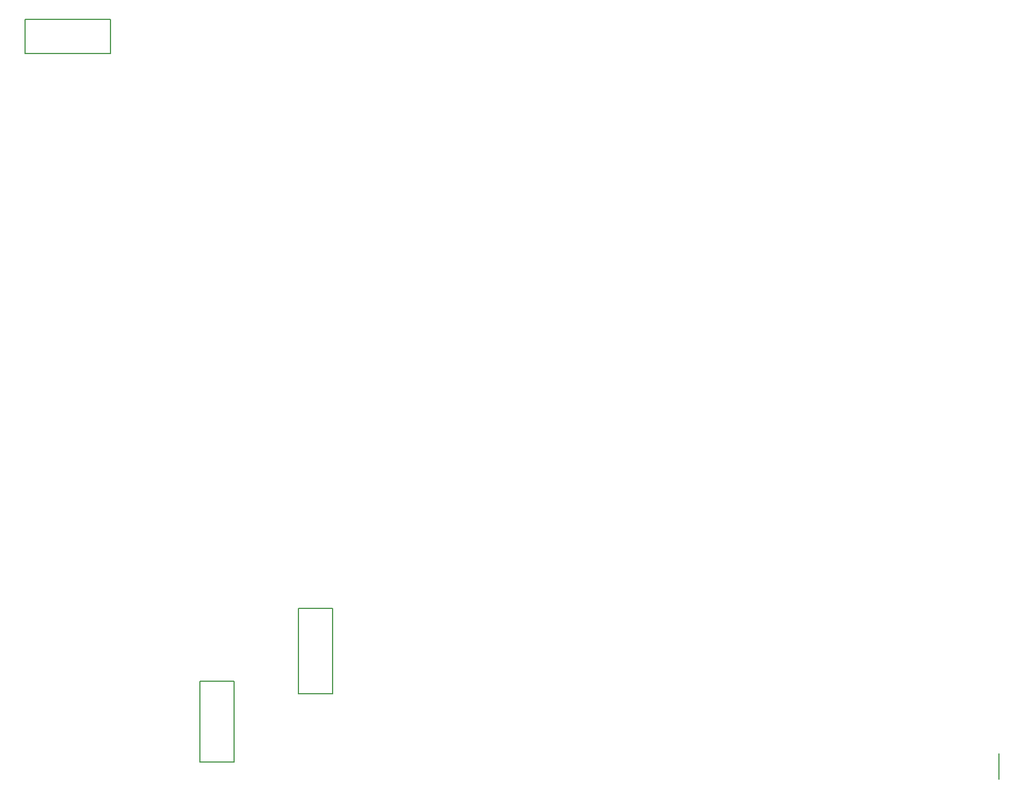
<source format=gbr>
G04 #@! TF.GenerationSoftware,KiCad,Pcbnew,(5.0.2)-1*
G04 #@! TF.CreationDate,2022-12-18T00:38:05+03:00*
G04 #@! TF.ProjectId,aks_mainboard,616b735f-6d61-4696-9e62-6f6172642e6b,rev?*
G04 #@! TF.SameCoordinates,Original*
G04 #@! TF.FileFunction,Legend,Bot*
G04 #@! TF.FilePolarity,Positive*
%FSLAX46Y46*%
G04 Gerber Fmt 4.6, Leading zero omitted, Abs format (unit mm)*
G04 Created by KiCad (PCBNEW (5.0.2)-1) date 18.12.2022 00:38:05*
%MOMM*%
%LPD*%
G01*
G04 APERTURE LIST*
%ADD10C,0.200000*%
G04 APERTURE END LIST*
D10*
X139700000Y-143510000D02*
X136525000Y-143510000D01*
X139700000Y-156210000D02*
X139700000Y-143510000D01*
X134620000Y-156210000D02*
X139700000Y-156210000D01*
X134620000Y-143510000D02*
X134620000Y-156210000D01*
X136525000Y-143510000D02*
X134620000Y-143510000D01*
X120015000Y-154305000D02*
X121285000Y-154305000D01*
X120015000Y-166370000D02*
X120015000Y-154305000D01*
X125095000Y-166370000D02*
X120015000Y-166370000D01*
X125095000Y-154305000D02*
X125095000Y-166370000D01*
X120650000Y-154305000D02*
X125095000Y-154305000D01*
X106680000Y-55880000D02*
X95885000Y-55880000D01*
X106680000Y-60960000D02*
X106680000Y-55880000D01*
X93980000Y-60960000D02*
X106680000Y-60960000D01*
X93980000Y-55880000D02*
X93980000Y-60960000D01*
X95885000Y-55880000D02*
X93980000Y-55880000D01*
X238760000Y-167640000D02*
X238760000Y-168910000D01*
X238760000Y-165100000D02*
X238760000Y-167640000D01*
M02*

</source>
